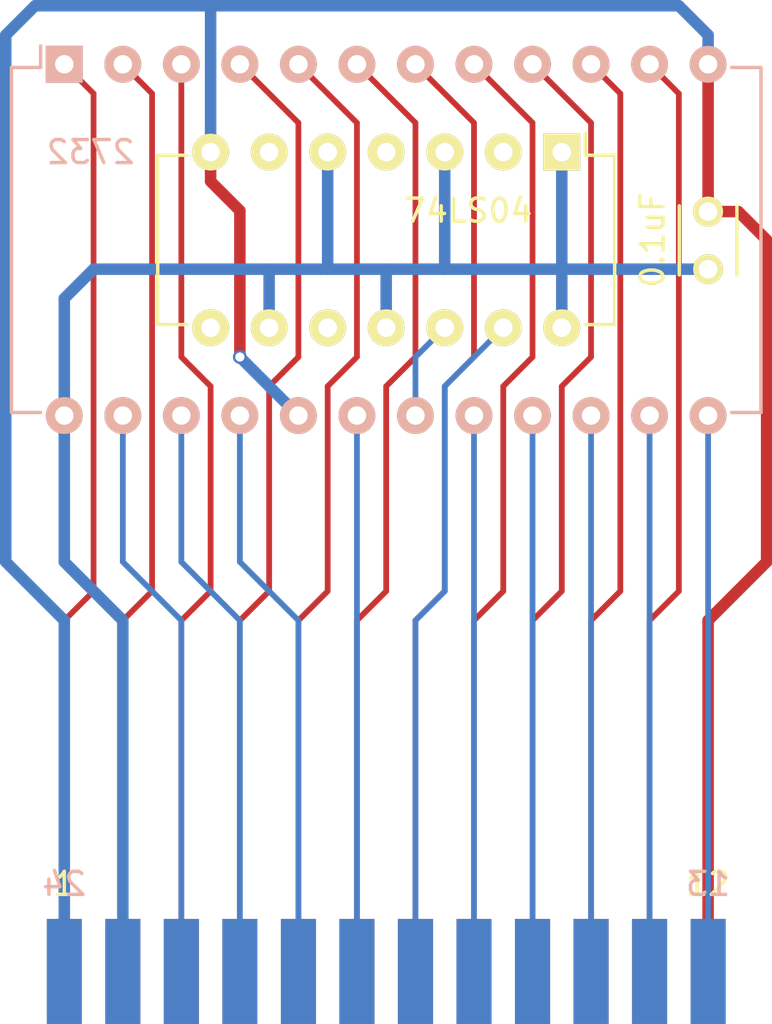
<source format=kicad_pcb>
(kicad_pcb (version 4) (host pcbnew 4.0.2+dfsg1-2~bpo8+1-stable)

  (general
    (links 35)
    (no_connects 0)
    (area 99.801666 54.159999 151.580002 99.006)
    (thickness 1.6)
    (drawings 0)
    (tracks 117)
    (zones 0)
    (modules 4)
    (nets 30)
  )

  (page A4)
  (layers
    (0 F.Cu signal)
    (31 B.Cu signal)
    (32 B.Adhes user)
    (33 F.Adhes user)
    (34 B.Paste user)
    (35 F.Paste user)
    (36 B.SilkS user)
    (37 F.SilkS user)
    (38 B.Mask user)
    (39 F.Mask user)
    (40 Dwgs.User user)
    (41 Cmts.User user)
    (42 Eco1.User user)
    (43 Eco2.User user)
    (44 Edge.Cuts user)
    (45 Margin user)
    (46 B.CrtYd user)
    (47 F.CrtYd user)
    (48 B.Fab user)
    (49 F.Fab user)
  )

  (setup
    (last_trace_width 0.25)
    (trace_clearance 0.2)
    (zone_clearance 0.508)
    (zone_45_only no)
    (trace_min 0.2)
    (segment_width 0.2)
    (edge_width 0.15)
    (via_size 0.6)
    (via_drill 0.4)
    (via_min_size 0.4)
    (via_min_drill 0.3)
    (uvia_size 0.3)
    (uvia_drill 0.1)
    (uvias_allowed no)
    (uvia_min_size 0.2)
    (uvia_min_drill 0.1)
    (pcb_text_width 0.3)
    (pcb_text_size 1.5 1.5)
    (mod_edge_width 0.15)
    (mod_text_size 1 1)
    (mod_text_width 0.15)
    (pad_size 1.3 1.3)
    (pad_drill 0.8)
    (pad_to_mask_clearance 0.2)
    (aux_axis_origin 0 0)
    (visible_elements FFFFFF7F)
    (pcbplotparams
      (layerselection 0x00030_80000001)
      (usegerberextensions false)
      (excludeedgelayer true)
      (linewidth 0.100000)
      (plotframeref false)
      (viasonmask false)
      (mode 1)
      (useauxorigin false)
      (hpglpennumber 1)
      (hpglpenspeed 20)
      (hpglpendiameter 15)
      (hpglpenoverlay 2)
      (psnegative false)
      (psa4output false)
      (plotreference true)
      (plotvalue true)
      (plotinvisibletext false)
      (padsonsilk false)
      (subtractmaskfromsilk false)
      (outputformat 1)
      (mirror false)
      (drillshape 1)
      (scaleselection 1)
      (outputdirectory ""))
  )

  (net 0 "")
  (net 1 VCC)
  (net 2 GND)
  (net 3 A12)
  (net 4 ~ENABLE)
  (net 5 "Net-(U2-Pad4)")
  (net 6 "Net-(U2-Pad6)")
  (net 7 "Net-(U2-Pad8)")
  (net 8 "Net-(U2-Pad10)")
  (net 9 A7)
  (net 10 A6)
  (net 11 A5)
  (net 12 A4)
  (net 13 A3)
  (net 14 A2)
  (net 15 A1)
  (net 16 A0)
  (net 17 D0)
  (net 18 D1)
  (net 19 D2)
  (net 20 D3)
  (net 21 D4)
  (net 22 D5)
  (net 23 D6)
  (net 24 D7)
  (net 25 A10)
  (net 26 A11)
  (net 27 A9)
  (net 28 A8)
  (net 29 "Net-(U2-Pad2)")

  (net_class Default "This is the default net class."
    (clearance 0.2)
    (trace_width 0.25)
    (via_dia 0.6)
    (via_drill 0.4)
    (uvia_dia 0.3)
    (uvia_drill 0.1)
    (add_net A0)
    (add_net A1)
    (add_net A10)
    (add_net A11)
    (add_net A12)
    (add_net A2)
    (add_net A3)
    (add_net A4)
    (add_net A5)
    (add_net A6)
    (add_net A7)
    (add_net A8)
    (add_net A9)
    (add_net D0)
    (add_net D1)
    (add_net D2)
    (add_net D3)
    (add_net D4)
    (add_net D5)
    (add_net D6)
    (add_net D7)
    (add_net "Net-(U2-Pad10)")
    (add_net "Net-(U2-Pad2)")
    (add_net "Net-(U2-Pad4)")
    (add_net "Net-(U2-Pad6)")
    (add_net "Net-(U2-Pad8)")
    (add_net ~ENABLE)
  )

  (net_class Power ""
    (clearance 0.2)
    (trace_width 0.5)
    (via_dia 0.6)
    (via_drill 0.4)
    (uvia_dia 0.3)
    (uvia_drill 0.1)
    (add_net GND)
    (add_net VCC)
  )

  (module Housings_DIP:DIP-24_W15.24mm (layer B.Cu) (tedit 5894D221) (tstamp 5894B703)
    (at 120.65 57.15 270)
    (descr "24-lead dip package, row spacing 15.24 mm (600 mils)")
    (tags "dil dip 2.54 600")
    (path /5894B4A1)
    (fp_text reference U3 (at 6.35 1.27 540) (layer B.SilkS) hide
      (effects (font (size 1 1) (thickness 0.15)) (justify mirror))
    )
    (fp_text value 2732 (at 3.81 -1.143 540) (layer B.SilkS)
      (effects (font (size 1 1) (thickness 0.15)) (justify mirror))
    )
    (fp_line (start -1.05 2.45) (end -1.05 -30.4) (layer B.CrtYd) (width 0.05))
    (fp_line (start 16.3 2.45) (end 16.3 -30.4) (layer B.CrtYd) (width 0.05))
    (fp_line (start -1.05 2.45) (end 16.3 2.45) (layer B.CrtYd) (width 0.05))
    (fp_line (start -1.05 -30.4) (end 16.3 -30.4) (layer B.CrtYd) (width 0.05))
    (fp_line (start 0.135 2.295) (end 0.135 1.025) (layer B.SilkS) (width 0.15))
    (fp_line (start 15.105 2.295) (end 15.105 1.025) (layer B.SilkS) (width 0.15))
    (fp_line (start 15.105 -30.235) (end 15.105 -28.965) (layer B.SilkS) (width 0.15))
    (fp_line (start 0.135 -30.235) (end 0.135 -28.965) (layer B.SilkS) (width 0.15))
    (fp_line (start 0.135 2.295) (end 15.105 2.295) (layer B.SilkS) (width 0.15))
    (fp_line (start 0.135 -30.235) (end 15.105 -30.235) (layer B.SilkS) (width 0.15))
    (fp_line (start 0.135 1.025) (end -0.8 1.025) (layer B.SilkS) (width 0.15))
    (pad 1 thru_hole rect (at 0 0 270) (size 1.6 1.6) (drill 0.8) (layers *.Cu *.Mask B.SilkS)
      (net 9 A7))
    (pad 2 thru_hole oval (at 0 -2.54 270) (size 1.6 1.6) (drill 0.8) (layers *.Cu *.Mask B.SilkS)
      (net 10 A6))
    (pad 3 thru_hole oval (at 0 -5.08 270) (size 1.6 1.6) (drill 0.8) (layers *.Cu *.Mask B.SilkS)
      (net 11 A5))
    (pad 4 thru_hole oval (at 0 -7.62 270) (size 1.6 1.6) (drill 0.8) (layers *.Cu *.Mask B.SilkS)
      (net 12 A4))
    (pad 5 thru_hole oval (at 0 -10.16 270) (size 1.6 1.6) (drill 0.8) (layers *.Cu *.Mask B.SilkS)
      (net 13 A3))
    (pad 6 thru_hole oval (at 0 -12.7 270) (size 1.6 1.6) (drill 0.8) (layers *.Cu *.Mask B.SilkS)
      (net 14 A2))
    (pad 7 thru_hole oval (at 0 -15.24 270) (size 1.6 1.6) (drill 0.8) (layers *.Cu *.Mask B.SilkS)
      (net 15 A1))
    (pad 8 thru_hole oval (at 0 -17.78 270) (size 1.6 1.6) (drill 0.8) (layers *.Cu *.Mask B.SilkS)
      (net 16 A0))
    (pad 9 thru_hole oval (at 0 -20.32 270) (size 1.6 1.6) (drill 0.8) (layers *.Cu *.Mask B.SilkS)
      (net 17 D0))
    (pad 10 thru_hole oval (at 0 -22.86 270) (size 1.6 1.6) (drill 0.8) (layers *.Cu *.Mask B.SilkS)
      (net 18 D1))
    (pad 11 thru_hole oval (at 0 -25.4 270) (size 1.6 1.6) (drill 0.8) (layers *.Cu *.Mask B.SilkS)
      (net 19 D2))
    (pad 12 thru_hole oval (at 0 -27.94 270) (size 1.6 1.6) (drill 0.8) (layers *.Cu *.Mask B.SilkS)
      (net 2 GND))
    (pad 13 thru_hole oval (at 15.24 -27.94 270) (size 1.6 1.6) (drill 0.8) (layers *.Cu *.Mask B.SilkS)
      (net 20 D3))
    (pad 14 thru_hole oval (at 15.24 -25.4 270) (size 1.6 1.6) (drill 0.8) (layers *.Cu *.Mask B.SilkS)
      (net 21 D4))
    (pad 15 thru_hole oval (at 15.24 -22.86 270) (size 1.6 1.6) (drill 0.8) (layers *.Cu *.Mask B.SilkS)
      (net 22 D5))
    (pad 16 thru_hole oval (at 15.24 -20.32 270) (size 1.6 1.6) (drill 0.8) (layers *.Cu *.Mask B.SilkS)
      (net 23 D6))
    (pad 17 thru_hole oval (at 15.24 -17.78 270) (size 1.6 1.6) (drill 0.8) (layers *.Cu *.Mask B.SilkS)
      (net 24 D7))
    (pad 18 thru_hole oval (at 15.24 -15.24 270) (size 1.6 1.6) (drill 0.8) (layers *.Cu *.Mask B.SilkS)
      (net 4 ~ENABLE))
    (pad 19 thru_hole oval (at 15.24 -12.7 270) (size 1.6 1.6) (drill 0.8) (layers *.Cu *.Mask B.SilkS)
      (net 25 A10))
    (pad 20 thru_hole oval (at 15.24 -10.16 270) (size 1.6 1.6) (drill 0.8) (layers *.Cu *.Mask B.SilkS)
      (net 2 GND))
    (pad 21 thru_hole oval (at 15.24 -7.62 270) (size 1.6 1.6) (drill 0.8) (layers *.Cu *.Mask B.SilkS)
      (net 26 A11))
    (pad 22 thru_hole oval (at 15.24 -5.08 270) (size 1.6 1.6) (drill 0.8) (layers *.Cu *.Mask B.SilkS)
      (net 27 A9))
    (pad 23 thru_hole oval (at 15.24 -2.54 270) (size 1.6 1.6) (drill 0.8) (layers *.Cu *.Mask B.SilkS)
      (net 28 A8))
    (pad 24 thru_hole oval (at 15.24 0 270) (size 1.6 1.6) (drill 0.8) (layers *.Cu *.Mask B.SilkS)
      (net 1 VCC))
    (model Housings_DIP.3dshapes/DIP-24_W15.24mm.wrl
      (at (xyz 0 0 0))
      (scale (xyz 1 1 1))
      (rotate (xyz 0 0 0))
    )
  )

  (module Capacitors_ThroughHole:C_Disc_D3_P2.5 (layer F.Cu) (tedit 5894D2CE) (tstamp 5894B6D5)
    (at 148.59 66.04 90)
    (descr "Capacitor 3mm Disc, Pitch 2.5mm")
    (tags Capacitor)
    (path /5894CEA3)
    (fp_text reference C1 (at -2.54 0 90) (layer F.SilkS) hide
      (effects (font (size 1 1) (thickness 0.15)))
    )
    (fp_text value 0.1uF (at 1.27 -2.413 90) (layer F.SilkS)
      (effects (font (size 1 1) (thickness 0.15)))
    )
    (fp_line (start -0.9 -1.5) (end 3.4 -1.5) (layer F.CrtYd) (width 0.05))
    (fp_line (start 3.4 -1.5) (end 3.4 1.5) (layer F.CrtYd) (width 0.05))
    (fp_line (start 3.4 1.5) (end -0.9 1.5) (layer F.CrtYd) (width 0.05))
    (fp_line (start -0.9 1.5) (end -0.9 -1.5) (layer F.CrtYd) (width 0.05))
    (fp_line (start -0.25 -1.25) (end 2.75 -1.25) (layer F.SilkS) (width 0.15))
    (fp_line (start 2.75 1.25) (end -0.25 1.25) (layer F.SilkS) (width 0.15))
    (pad 1 thru_hole oval (at 0 0 90) (size 1.3 1.3) (drill 0.8) (layers *.Cu *.Mask F.SilkS)
      (net 1 VCC))
    (pad 2 thru_hole circle (at 2.5 0 90) (size 1.3 1.3) (drill 0.8001) (layers *.Cu *.Mask F.SilkS)
      (net 2 GND))
    (model Capacitors_ThroughHole.3dshapes/C_Disc_D3_P2.5.wrl
      (at (xyz 0.0492126 0 0))
      (scale (xyz 1 1 1))
      (rotate (xyz 0 0 0))
    )
  )

  (module Housings_DIP:DIP-14_W7.62mm (layer F.Cu) (tedit 5894D22A) (tstamp 5894B6E7)
    (at 142.24 60.96 270)
    (descr "14-lead dip package, row spacing 7.62 mm (300 mils)")
    (tags "dil dip 2.54 300")
    (path /5894B1E4)
    (fp_text reference U2 (at 3.81 -3.81 270) (layer F.SilkS) hide
      (effects (font (size 1 1) (thickness 0.15)))
    )
    (fp_text value 74LS04 (at 2.54 4.064 540) (layer F.SilkS)
      (effects (font (size 1 1) (thickness 0.15)))
    )
    (fp_line (start -1.05 -2.45) (end -1.05 17.7) (layer F.CrtYd) (width 0.05))
    (fp_line (start 8.65 -2.45) (end 8.65 17.7) (layer F.CrtYd) (width 0.05))
    (fp_line (start -1.05 -2.45) (end 8.65 -2.45) (layer F.CrtYd) (width 0.05))
    (fp_line (start -1.05 17.7) (end 8.65 17.7) (layer F.CrtYd) (width 0.05))
    (fp_line (start 0.135 -2.295) (end 0.135 -1.025) (layer F.SilkS) (width 0.15))
    (fp_line (start 7.485 -2.295) (end 7.485 -1.025) (layer F.SilkS) (width 0.15))
    (fp_line (start 7.485 17.535) (end 7.485 16.265) (layer F.SilkS) (width 0.15))
    (fp_line (start 0.135 17.535) (end 0.135 16.265) (layer F.SilkS) (width 0.15))
    (fp_line (start 0.135 -2.295) (end 7.485 -2.295) (layer F.SilkS) (width 0.15))
    (fp_line (start 0.135 17.535) (end 7.485 17.535) (layer F.SilkS) (width 0.15))
    (fp_line (start 0.135 -1.025) (end -0.8 -1.025) (layer F.SilkS) (width 0.15))
    (pad 1 thru_hole rect (at 0 0 270) (size 1.6 1.6) (drill 0.8) (layers *.Cu *.Mask F.SilkS)
      (net 1 VCC))
    (pad 2 thru_hole oval (at 0 2.54 270) (size 1.6 1.6) (drill 0.8) (layers *.Cu *.Mask F.SilkS)
      (net 29 "Net-(U2-Pad2)"))
    (pad 3 thru_hole oval (at 0 5.08 270) (size 1.6 1.6) (drill 0.8) (layers *.Cu *.Mask F.SilkS)
      (net 1 VCC))
    (pad 4 thru_hole oval (at 0 7.62 270) (size 1.6 1.6) (drill 0.8) (layers *.Cu *.Mask F.SilkS)
      (net 5 "Net-(U2-Pad4)"))
    (pad 5 thru_hole oval (at 0 10.16 270) (size 1.6 1.6) (drill 0.8) (layers *.Cu *.Mask F.SilkS)
      (net 1 VCC))
    (pad 6 thru_hole oval (at 0 12.7 270) (size 1.6 1.6) (drill 0.8) (layers *.Cu *.Mask F.SilkS)
      (net 6 "Net-(U2-Pad6)"))
    (pad 7 thru_hole oval (at 0 15.24 270) (size 1.6 1.6) (drill 0.8) (layers *.Cu *.Mask F.SilkS)
      (net 2 GND))
    (pad 8 thru_hole oval (at 7.62 15.24 270) (size 1.6 1.6) (drill 0.8) (layers *.Cu *.Mask F.SilkS)
      (net 7 "Net-(U2-Pad8)"))
    (pad 9 thru_hole oval (at 7.62 12.7 270) (size 1.6 1.6) (drill 0.8) (layers *.Cu *.Mask F.SilkS)
      (net 1 VCC))
    (pad 10 thru_hole oval (at 7.62 10.16 270) (size 1.6 1.6) (drill 0.8) (layers *.Cu *.Mask F.SilkS)
      (net 8 "Net-(U2-Pad10)"))
    (pad 11 thru_hole oval (at 7.62 7.62 270) (size 1.6 1.6) (drill 0.8) (layers *.Cu *.Mask F.SilkS)
      (net 1 VCC))
    (pad 12 thru_hole oval (at 7.62 5.08 270) (size 1.6 1.6) (drill 0.8) (layers *.Cu *.Mask F.SilkS)
      (net 4 ~ENABLE))
    (pad 13 thru_hole oval (at 7.62 2.54 270) (size 1.6 1.6) (drill 0.8) (layers *.Cu *.Mask F.SilkS)
      (net 3 A12))
    (pad 14 thru_hole oval (at 7.62 0 270) (size 1.6 1.6) (drill 0.8) (layers *.Cu *.Mask F.SilkS)
      (net 1 VCC))
    (model Housings_DIP.3dshapes/DIP-14_W7.62mm.wrl
      (at (xyz 0 0 0))
      (scale (xyz 1 1 1))
      (rotate (xyz 0 0 0))
    )
  )

  (module 2600cartfootprint:2600CART (layer F.Cu) (tedit 58988501) (tstamp 58988787)
    (at 134.62 96.52)
    (path /5894B1B8)
    (fp_text reference U1 (at 0 -7.62) (layer F.SilkS) hide
      (effects (font (size 1 1) (thickness 0.15)))
    )
    (fp_text value 2600Cartridge (at 0 -11.43) (layer F.Fab) hide
      (effects (font (size 1 1) (thickness 0.15)))
    )
    (fp_text user 24 (at -13.97 -3.81) (layer B.SilkS)
      (effects (font (size 1 1) (thickness 0.15)) (justify mirror))
    )
    (fp_text user 13 (at 13.97 -3.81) (layer B.SilkS)
      (effects (font (size 1 1) (thickness 0.15)) (justify mirror))
    )
    (fp_text user 12 (at 13.97 -3.81) (layer F.SilkS)
      (effects (font (size 1 1) (thickness 0.15)))
    )
    (fp_text user 1 (at -13.97 -3.81) (layer F.SilkS)
      (effects (font (size 1 1) (thickness 0.15)))
    )
    (pad 24 connect rect (at -13.97 0) (size 1.524 4.572) (layers B.Cu B.Mask)
      (net 2 GND))
    (pad 23 connect rect (at -11.43 0) (size 1.524 4.572) (layers B.Cu B.Mask)
      (net 1 VCC))
    (pad 22 connect rect (at -8.89 0) (size 1.524 4.572) (layers B.Cu B.Mask)
      (net 28 A8))
    (pad 21 connect rect (at -6.35 0) (size 1.524 4.572) (layers B.Cu B.Mask)
      (net 27 A9))
    (pad 20 connect rect (at -3.81 0) (size 1.524 4.572) (layers B.Cu B.Mask)
      (net 26 A11))
    (pad 19 connect rect (at -1.27 0) (size 1.524 4.572) (layers B.Cu B.Mask)
      (net 25 A10))
    (pad 18 connect rect (at 1.27 0) (size 1.524 4.572) (layers B.Cu B.Mask)
      (net 3 A12))
    (pad 17 connect rect (at 3.81 0) (size 1.524 4.572) (layers B.Cu B.Mask)
      (net 24 D7))
    (pad 16 connect rect (at 6.35 0) (size 1.524 4.572) (layers B.Cu B.Mask)
      (net 23 D6))
    (pad 15 connect rect (at 8.89 0) (size 1.524 4.572) (layers B.Cu B.Mask)
      (net 22 D5))
    (pad 14 connect rect (at 11.43 0) (size 1.524 4.572) (layers B.Cu B.Mask)
      (net 21 D4))
    (pad 13 connect rect (at 13.97 0) (size 1.524 4.572) (layers *.Mask B.Cu)
      (net 20 D3))
    (pad 12 connect rect (at 13.97 0) (size 1.524 4.572) (layers F.Cu F.Mask)
      (net 2 GND))
    (pad 11 connect rect (at 11.43 0) (size 1.524 4.572) (layers F.Cu F.Mask)
      (net 19 D2))
    (pad 10 connect rect (at 8.89 0) (size 1.524 4.572) (layers F.Cu F.Mask)
      (net 18 D1))
    (pad 9 connect rect (at 6.35 0) (size 1.524 4.572) (layers F.Cu F.Mask)
      (net 17 D0))
    (pad 8 connect rect (at 3.81 0) (size 1.524 4.572) (layers F.Cu F.Mask)
      (net 16 A0))
    (pad 7 connect rect (at 1.27 0) (size 1.524 4.572) (layers F.Cu F.Mask)
      (net 15 A1))
    (pad 6 connect rect (at -1.27 0) (size 1.524 4.572) (layers F.Cu F.Mask)
      (net 14 A2))
    (pad 5 connect rect (at -3.81 0) (size 1.524 4.572) (layers F.Cu F.Mask)
      (net 13 A3))
    (pad 4 connect rect (at -6.35 0) (size 1.524 4.572) (layers F.Cu F.Mask)
      (net 12 A4))
    (pad 3 connect rect (at -8.89 0) (size 1.524 4.572) (layers F.Cu F.Mask)
      (net 11 A5))
    (pad 2 connect rect (at -11.43 0) (size 1.524 4.572) (layers F.Cu F.Mask)
      (net 10 A6))
    (pad 1 connect rect (at -13.97 0) (size 1.524 4.572) (layers F.Cu F.Mask)
      (net 9 A7))
  )

  (segment (start 120.65 78.74) (end 120.65 72.39) (width 0.5) (layer B.Cu) (net 1) (tstamp 5895090E))
  (segment (start 129.54 68.58) (end 129.54 66.04) (width 0.5) (layer B.Cu) (net 1))
  (segment (start 134.62 68.58) (end 134.62 66.04) (width 0.5) (layer B.Cu) (net 1))
  (segment (start 132.08 60.96) (end 132.08 66.04) (width 0.5) (layer B.Cu) (net 1))
  (segment (start 137.16 60.96) (end 137.16 66.04) (width 0.5) (layer B.Cu) (net 1))
  (segment (start 142.24 60.96) (end 142.24 66.04) (width 0.5) (layer B.Cu) (net 1))
  (segment (start 142.24 68.58) (end 142.24 66.04) (width 0.5) (layer B.Cu) (net 1))
  (segment (start 148.59 66.04) (end 142.24 66.04) (width 0.5) (layer B.Cu) (net 1))
  (segment (start 142.24 66.04) (end 137.16 66.04) (width 0.5) (layer B.Cu) (net 1) (tstamp 5895066E))
  (segment (start 137.16 66.04) (end 134.62 66.04) (width 0.5) (layer B.Cu) (net 1) (tstamp 58950677))
  (segment (start 134.62 66.04) (end 132.08 66.04) (width 0.5) (layer B.Cu) (net 1) (tstamp 58950681))
  (segment (start 132.08 66.04) (end 129.54 66.04) (width 0.5) (layer B.Cu) (net 1) (tstamp 5895067B))
  (segment (start 129.54 66.04) (end 121.92 66.04) (width 0.5) (layer B.Cu) (net 1) (tstamp 58950685))
  (segment (start 120.65 67.31) (end 120.65 72.39) (width 0.5) (layer B.Cu) (net 1) (tstamp 58950666))
  (segment (start 121.92 66.04) (end 120.65 67.31) (width 0.5) (layer B.Cu) (net 1) (tstamp 58950665))
  (segment (start 123.19 95.25) (end 123.19 81.28) (width 0.5) (layer B.Cu) (net 1))
  (segment (start 123.19 81.28) (end 120.65 78.74) (width 0.5) (layer B.Cu) (net 1) (tstamp 5895090D))
  (segment (start 120.65 95.25) (end 120.65 81.28) (width 0.5) (layer B.Cu) (net 2))
  (segment (start 119.38 54.61) (end 127 54.61) (width 0.5) (layer B.Cu) (net 2) (tstamp 58950915))
  (segment (start 118.11 55.88) (end 119.38 54.61) (width 0.5) (layer B.Cu) (net 2) (tstamp 58950914))
  (segment (start 118.11 78.74) (end 118.11 55.88) (width 0.5) (layer B.Cu) (net 2) (tstamp 58950913))
  (segment (start 120.65 81.28) (end 118.11 78.74) (width 0.5) (layer B.Cu) (net 2) (tstamp 58950912))
  (segment (start 148.59 95.25) (end 148.59 81.28) (width 0.5) (layer F.Cu) (net 2))
  (segment (start 148.59 81.28) (end 149.86 80.01) (width 0.5) (layer F.Cu) (net 2) (tstamp 589505CE))
  (segment (start 149.86 80.01) (end 151.13 78.74) (width 0.5) (layer F.Cu) (net 2) (tstamp 589505CF))
  (segment (start 151.13 78.74) (end 151.13 64.77) (width 0.5) (layer F.Cu) (net 2) (tstamp 589505D0))
  (segment (start 151.13 64.77) (end 149.9 63.54) (width 0.5) (layer F.Cu) (net 2) (tstamp 589505D1))
  (segment (start 149.9 63.54) (end 148.59 63.54) (width 0.5) (layer F.Cu) (net 2) (tstamp 589505D2))
  (segment (start 127 60.96) (end 127 62.23) (width 0.5) (layer F.Cu) (net 2))
  (segment (start 128.27 69.85) (end 130.81 72.39) (width 0.5) (layer B.Cu) (net 2) (tstamp 589506DD))
  (via (at 128.27 69.85) (size 0.6) (drill 0.4) (layers F.Cu B.Cu) (net 2))
  (segment (start 128.27 63.5) (end 128.27 69.85) (width 0.5) (layer F.Cu) (net 2) (tstamp 589506DA))
  (segment (start 127 62.23) (end 128.27 63.5) (width 0.5) (layer F.Cu) (net 2) (tstamp 589506D9))
  (segment (start 148.59 63.54) (end 148.59 57.15) (width 0.5) (layer F.Cu) (net 2))
  (segment (start 127 54.61) (end 147.32 54.61) (width 0.5) (layer B.Cu) (net 2))
  (segment (start 147.32 54.61) (end 148.59 55.88) (width 0.5) (layer B.Cu) (net 2) (tstamp 589505C7))
  (segment (start 148.59 55.88) (end 148.59 57.15) (width 0.5) (layer B.Cu) (net 2) (tstamp 589505C8))
  (segment (start 127 54.61) (end 127 60.96) (width 0.5) (layer B.Cu) (net 2) (tstamp 589505C0))
  (segment (start 137.16 71.12) (end 139.7 68.58) (width 0.25) (layer B.Cu) (net 3) (tstamp 589508E9))
  (segment (start 137.16 80.01) (end 137.16 71.12) (width 0.25) (layer B.Cu) (net 3) (tstamp 589508E7))
  (segment (start 135.89 95.25) (end 135.89 81.28) (width 0.25) (layer B.Cu) (net 3))
  (segment (start 135.89 81.28) (end 137.16 80.01) (width 0.25) (layer B.Cu) (net 3) (tstamp 589508E6))
  (segment (start 137.16 68.58) (end 135.89 69.85) (width 0.25) (layer B.Cu) (net 4))
  (segment (start 135.89 69.85) (end 135.89 72.39) (width 0.25) (layer B.Cu) (net 4) (tstamp 589505B8))
  (segment (start 121.92 58.42) (end 120.65 57.15) (width 0.25) (layer F.Cu) (net 9) (tstamp 589508CF))
  (segment (start 121.92 80.01) (end 121.92 58.42) (width 0.25) (layer F.Cu) (net 9) (tstamp 589508CD))
  (segment (start 120.65 95.25) (end 120.65 81.28) (width 0.25) (layer F.Cu) (net 9))
  (segment (start 120.65 81.28) (end 121.92 80.01) (width 0.25) (layer F.Cu) (net 9) (tstamp 589508CB))
  (segment (start 124.46 58.42) (end 123.19 57.15) (width 0.25) (layer F.Cu) (net 10) (tstamp 589508D5))
  (segment (start 124.46 80.01) (end 124.46 58.42) (width 0.25) (layer F.Cu) (net 10) (tstamp 589508D4))
  (segment (start 123.19 95.25) (end 123.19 81.28) (width 0.25) (layer F.Cu) (net 10))
  (segment (start 123.19 81.28) (end 124.46 80.01) (width 0.25) (layer F.Cu) (net 10) (tstamp 589508D3))
  (segment (start 125.73 69.85) (end 125.73 57.15) (width 0.25) (layer F.Cu) (net 11) (tstamp 589508DF))
  (segment (start 127 71.12) (end 125.73 69.85) (width 0.25) (layer F.Cu) (net 11) (tstamp 589508DD))
  (segment (start 127 80.01) (end 127 71.12) (width 0.25) (layer F.Cu) (net 11) (tstamp 589508DB))
  (segment (start 125.73 95.25) (end 125.73 81.28) (width 0.25) (layer F.Cu) (net 11))
  (segment (start 125.73 81.28) (end 127 80.01) (width 0.25) (layer F.Cu) (net 11) (tstamp 589508D9))
  (segment (start 130.81 59.69) (end 128.27 57.15) (width 0.25) (layer F.Cu) (net 12) (tstamp 589508B5))
  (segment (start 130.81 69.85) (end 130.81 59.69) (width 0.25) (layer F.Cu) (net 12) (tstamp 589508B4))
  (segment (start 129.54 71.12) (end 130.81 69.85) (width 0.25) (layer F.Cu) (net 12) (tstamp 589508B3))
  (segment (start 129.54 80.01) (end 129.54 71.12) (width 0.25) (layer F.Cu) (net 12) (tstamp 589508B2))
  (segment (start 128.27 95.25) (end 128.27 81.28) (width 0.25) (layer F.Cu) (net 12))
  (segment (start 128.27 81.28) (end 129.54 80.01) (width 0.25) (layer F.Cu) (net 12) (tstamp 589508B1))
  (segment (start 133.35 59.69) (end 130.81 57.15) (width 0.25) (layer F.Cu) (net 13) (tstamp 589508AE))
  (segment (start 133.35 69.85) (end 133.35 59.69) (width 0.25) (layer F.Cu) (net 13) (tstamp 589508AD))
  (segment (start 132.08 71.12) (end 133.35 69.85) (width 0.25) (layer F.Cu) (net 13) (tstamp 589508AC))
  (segment (start 132.08 80.01) (end 132.08 71.12) (width 0.25) (layer F.Cu) (net 13) (tstamp 589508AB))
  (segment (start 130.81 95.25) (end 130.81 81.28) (width 0.25) (layer F.Cu) (net 13))
  (segment (start 130.81 81.28) (end 132.08 80.01) (width 0.25) (layer F.Cu) (net 13) (tstamp 589508AA))
  (segment (start 133.35 95.25) (end 133.35 81.28) (width 0.25) (layer F.Cu) (net 14))
  (segment (start 133.35 81.28) (end 134.62 80.01) (width 0.25) (layer F.Cu) (net 14) (tstamp 5895089E))
  (segment (start 135.89 59.69) (end 133.35 57.15) (width 0.25) (layer F.Cu) (net 14) (tstamp 589508A6))
  (segment (start 135.89 69.85) (end 135.89 59.69) (width 0.25) (layer F.Cu) (net 14) (tstamp 589508A4))
  (segment (start 134.62 71.12) (end 135.89 69.85) (width 0.25) (layer F.Cu) (net 14) (tstamp 589508A2))
  (segment (start 134.62 80.01) (end 134.62 71.12) (width 0.25) (layer F.Cu) (net 14) (tstamp 589508A0))
  (segment (start 138.43 59.69) (end 135.89 57.15) (width 0.25) (layer F.Cu) (net 15) (tstamp 5895089B))
  (segment (start 138.43 69.85) (end 138.43 59.69) (width 0.25) (layer F.Cu) (net 15) (tstamp 5895089A))
  (segment (start 137.16 71.12) (end 138.43 69.85) (width 0.25) (layer F.Cu) (net 15) (tstamp 58950899))
  (segment (start 137.16 80.01) (end 137.16 71.12) (width 0.25) (layer F.Cu) (net 15) (tstamp 58950898))
  (segment (start 135.89 95.25) (end 135.89 81.28) (width 0.25) (layer F.Cu) (net 15))
  (segment (start 135.89 81.28) (end 137.16 80.01) (width 0.25) (layer F.Cu) (net 15) (tstamp 58950897))
  (segment (start 138.43 95.25) (end 138.43 81.28) (width 0.25) (layer F.Cu) (net 16))
  (segment (start 140.97 59.69) (end 138.43 57.15) (width 0.25) (layer F.Cu) (net 16) (tstamp 58950894))
  (segment (start 140.97 69.85) (end 140.97 59.69) (width 0.25) (layer F.Cu) (net 16) (tstamp 58950893))
  (segment (start 139.7 71.12) (end 140.97 69.85) (width 0.25) (layer F.Cu) (net 16) (tstamp 58950892))
  (segment (start 139.7 80.01) (end 139.7 71.12) (width 0.25) (layer F.Cu) (net 16) (tstamp 58950891))
  (segment (start 138.43 81.28) (end 139.7 80.01) (width 0.25) (layer F.Cu) (net 16) (tstamp 58950890))
  (segment (start 143.51 59.69) (end 140.97 57.15) (width 0.25) (layer F.Cu) (net 17) (tstamp 5895088C))
  (segment (start 143.51 69.85) (end 143.51 59.69) (width 0.25) (layer F.Cu) (net 17) (tstamp 5895088A))
  (segment (start 142.24 71.12) (end 143.51 69.85) (width 0.25) (layer F.Cu) (net 17) (tstamp 58950888))
  (segment (start 142.24 80.01) (end 142.24 71.12) (width 0.25) (layer F.Cu) (net 17) (tstamp 58950886))
  (segment (start 140.97 95.25) (end 140.97 81.28) (width 0.25) (layer F.Cu) (net 17))
  (segment (start 140.97 81.28) (end 142.24 80.01) (width 0.25) (layer F.Cu) (net 17) (tstamp 58950884))
  (segment (start 144.78 58.42) (end 143.51 57.15) (width 0.25) (layer F.Cu) (net 18) (tstamp 58950881))
  (segment (start 144.78 80.01) (end 144.78 58.42) (width 0.25) (layer F.Cu) (net 18) (tstamp 58950880))
  (segment (start 143.51 95.25) (end 143.51 81.28) (width 0.25) (layer F.Cu) (net 18))
  (segment (start 143.51 81.28) (end 144.78 80.01) (width 0.25) (layer F.Cu) (net 18) (tstamp 5895087F))
  (segment (start 146.05 95.25) (end 146.05 81.28) (width 0.25) (layer F.Cu) (net 19))
  (segment (start 146.05 81.28) (end 147.32 80.01) (width 0.25) (layer F.Cu) (net 19) (tstamp 5895087A))
  (segment (start 147.32 58.42) (end 146.05 57.15) (width 0.25) (layer F.Cu) (net 19) (tstamp 5895087C))
  (segment (start 147.32 80.01) (end 147.32 58.42) (width 0.25) (layer F.Cu) (net 19) (tstamp 5895087B))
  (segment (start 148.59 92.71) (end 148.59 95.25) (width 0.25) (layer B.Cu) (net 20) (tstamp 589504FE))
  (segment (start 148.59 72.39) (end 148.59 92.71) (width 0.25) (layer B.Cu) (net 20))
  (segment (start 146.05 95.25) (end 146.05 72.39) (width 0.25) (layer B.Cu) (net 21))
  (segment (start 143.51 72.39) (end 143.51 95.25) (width 0.25) (layer B.Cu) (net 22))
  (segment (start 140.97 72.39) (end 140.97 95.25) (width 0.25) (layer B.Cu) (net 23))
  (segment (start 138.43 72.39) (end 138.43 95.25) (width 0.25) (layer B.Cu) (net 24))
  (segment (start 133.35 72.39) (end 133.35 95.25) (width 0.25) (layer B.Cu) (net 25))
  (segment (start 130.81 95.25) (end 130.81 81.28) (width 0.25) (layer B.Cu) (net 26))
  (segment (start 130.81 81.28) (end 128.27 78.74) (width 0.25) (layer B.Cu) (net 26) (tstamp 589508FF))
  (segment (start 128.27 78.74) (end 128.27 72.39) (width 0.25) (layer B.Cu) (net 26) (tstamp 58950900))
  (segment (start 128.27 95.25) (end 128.27 81.28) (width 0.25) (layer B.Cu) (net 27))
  (segment (start 128.27 81.28) (end 125.73 78.74) (width 0.25) (layer B.Cu) (net 27) (tstamp 58950903))
  (segment (start 125.73 78.74) (end 125.73 72.39) (width 0.25) (layer B.Cu) (net 27) (tstamp 58950904))
  (segment (start 125.73 95.25) (end 125.73 81.28) (width 0.25) (layer B.Cu) (net 28))
  (segment (start 125.73 81.28) (end 123.19 78.74) (width 0.25) (layer B.Cu) (net 28) (tstamp 58950907))
  (segment (start 123.19 78.74) (end 123.19 72.39) (width 0.25) (layer B.Cu) (net 28) (tstamp 58950908))

)

</source>
